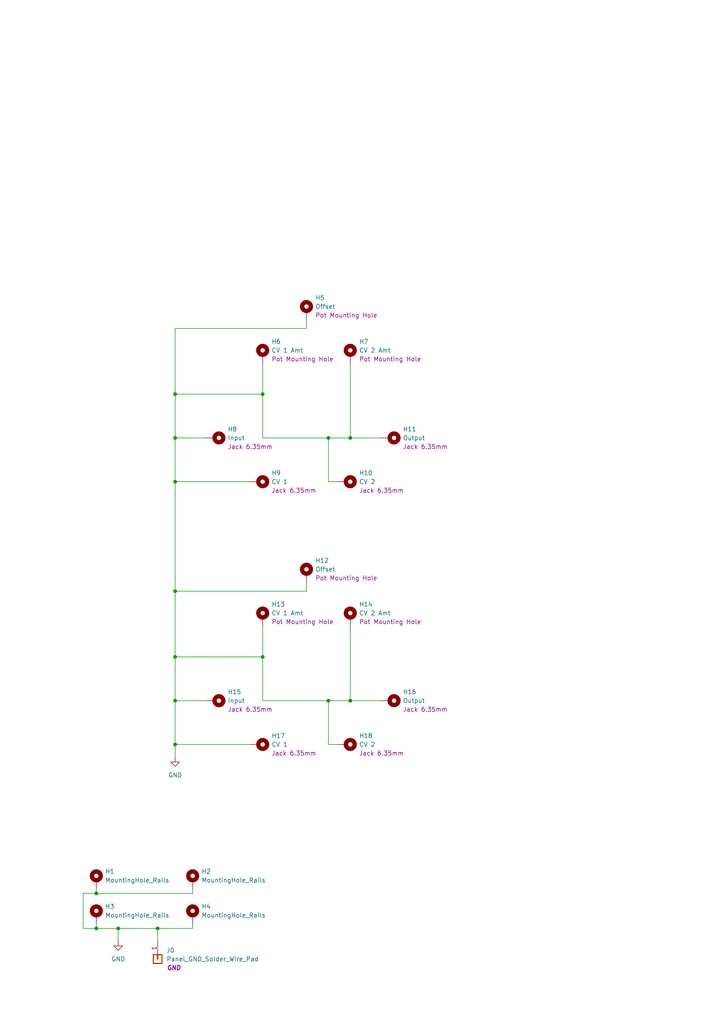
<source format=kicad_sch>
(kicad_sch (version 20250114) (generator "eeschema") (generator_version "9.0")
  (paper "A4" portrait)
  (title_block (title "Kosmo Format Front Panel - 5 cm") (company "DMH Instruments"))
  (lib_symbols
    (symbol "SynthStuff:MountingHole_Jack6.35mm_v2" (pin_numbers (hide yes)) (pin_names (offset 1.016) (hide yes)) (exclude_from_sim yes) (in_bom no)
      (property "Reference" "H" (at 0 5.08 0))
      (property "Value" "SIGNAL NAME" (at 0 3.175 0))
      (property "Description" "Jack 6.35mm" (at 0 -3.048 0))
      (symbol "MountingHole_Jack6.35mm_v2_0_1"
        (circle (center 0 0) (radius 1.27) (stroke (width 1.27)))
      )
      (symbol "MountingHole_Jack6.35mm_v2_1_1"
        (pin input line (at -3.81 0 0) (length 2.54) (name "1") (number "1"))
      )
    )
    (symbol "SynthStuff:MountingHole_Pot" (pin_numbers (hide yes)) (pin_names (offset 1.016) (hide yes)) (exclude_from_sim yes)
      (property "Reference" "H" (at 0 6.35 0))
      (property "Value" "Function" (at 0 4.445 0))
      (property "Description" "Pot Mounting Hole" (at 0 0 0))
      (symbol "MountingHole_Pot_0_1"
        (circle (center 0 1.27) (radius 1.27) (stroke (width 1.27)))
      )
      (symbol "MountingHole_Pot_1_1"
        (pin input line (at 0 -2.54 90) (length 2.54) (name "1") (number "1"))
      )
    )
    (symbol "SynthStuff:MountingHole_Rails" (pin_numbers (hide yes)) (pin_names (offset 1.016) (hide yes)) (exclude_from_sim yes) (in_bom no)
      (property "Reference" "H" (at 0 6.35 0))
      (property "Value" "MountingHole_Rails" (at 0 4.445 0))
      (symbol "MountingHole_Rails_0_1"
        (circle (center 0 1.27) (radius 1.27) (stroke (width 1.27)))
      )
      (symbol "MountingHole_Rails_1_1"
        (pin input line (at 0 -2.54 90) (length 2.54) (name "1") (number "1"))
      )
    )
    (symbol "SynthStuff:Panel_GND_Solder_Wire_Pad" (pin_names (offset 1.016) (hide yes)) (in_bom no)
      (property "Reference" "J" (at 0 2.54 0))
      (property "Value" "Panel_GND_Solder_Wire_Pad" (at 0 -5.08 0))
      (property "Function" "Panel GND" (at 0 -2.794 0))
      (symbol "Panel_GND_Solder_Wire_Pad_1_1"
        (rectangle (start -1.27 1.27) (end 1.27 -1.27) (stroke (width 0.254)) (fill (type background)))
        (rectangle (start -1.27 0.127) (end 0 -0.127) (stroke (width 0.1524)))
        (pin power_out line (at -5.08 0 0) (length 3.81) (name "Pin_1") (number "1"))
      )
    )
    (symbol "power:GND" (power) (pin_numbers (hide yes)) (pin_names (offset 0) (hide yes))
      (property "Value" "GND" (at 0 -3.81 0))
      (symbol "GND_0_1"
        (polyline (pts (xy 0 0) (xy 0 -1.27) (xy 1.27 -1.27) (xy 0 -2.54) (xy -1.27 -1.27) (xy 0 -1.27)))
      )
      (symbol "GND_1_1"
        (pin power_in line (at 0 0 270) (length 0) (name "~") (number "1"))
      )
    )
  )
  (junction (at 34.29 269.24))
  (junction (at 50.8 139.7))
  (junction (at 50.8 203.2))
  (junction (at 101.6 127))
  (junction (at 45.72 269.24))
  (junction (at 95.25 127))
  (junction (at 95.25 203.2))
  (junction (at 27.94 269.24))
  (junction (at 50.8 215.9))
  (junction (at 101.6 203.2))
  (junction (at 76.2 190.5))
  (junction (at 50.8 171.45))
  (junction (at 27.94 259.08))
  (junction (at 50.8 190.5))
  (junction (at 50.8 127))
  (junction (at 50.8 114.3))
  (junction (at 76.2 114.3))
  (wire (pts (xy 50.8 215.9) (xy 50.8 203.2)))
  (wire (pts (xy 97.79 139.7) (xy 95.25 139.7)))
  (wire (pts (xy 95.25 127) (xy 95.25 139.7)))
  (wire (pts (xy 101.6 127) (xy 110.49 127)))
  (wire (pts (xy 55.88 267.97) (xy 55.88 269.24)))
  (wire (pts (xy 101.6 203.2) (xy 110.49 203.2)))
  (wire (pts (xy 72.39 139.7) (xy 50.8 139.7)))
  (wire (pts (xy 50.8 215.9) (xy 50.8 219.71)))
  (wire (pts (xy 27.94 259.08) (xy 55.88 259.08)))
  (wire (pts (xy 27.94 269.24) (xy 27.94 267.97)))
  (wire (pts (xy 50.8 203.2) (xy 50.8 190.5)))
  (wire (pts (xy 24.13 269.24) (xy 27.94 269.24)))
  (wire (pts (xy 88.9 168.91) (xy 88.9 171.45)))
  (wire (pts (xy 50.8 95.25) (xy 50.8 114.3)))
  (wire (pts (xy 76.2 190.5) (xy 76.2 203.2)))
  (wire (pts (xy 76.2 181.61) (xy 76.2 190.5)))
  (wire (pts (xy 101.6 105.41) (xy 101.6 127)))
  (wire (pts (xy 72.39 215.9) (xy 50.8 215.9)))
  (wire (pts (xy 101.6 181.61) (xy 101.6 203.2)))
  (wire (pts (xy 45.72 269.24) (xy 45.72 273.05)))
  (wire (pts (xy 97.79 215.9) (xy 95.25 215.9)))
  (wire (pts (xy 34.29 269.24) (xy 34.29 273.05)))
  (wire (pts (xy 95.25 215.9) (xy 95.25 203.2)))
  (wire (pts (xy 76.2 203.2) (xy 95.25 203.2)))
  (wire (pts (xy 50.8 190.5) (xy 76.2 190.5)))
  (wire (pts (xy 76.2 105.41) (xy 76.2 114.3)))
  (wire (pts (xy 76.2 127) (xy 95.25 127)))
  (wire (pts (xy 24.13 259.08) (xy 24.13 269.24)))
  (wire (pts (xy 88.9 95.25) (xy 50.8 95.25)))
  (wire (pts (xy 55.88 257.81) (xy 55.88 259.08)))
  (wire (pts (xy 76.2 114.3) (xy 76.2 127)))
  (wire (pts (xy 50.8 114.3) (xy 76.2 114.3)))
  (wire (pts (xy 45.72 269.24) (xy 34.29 269.24)))
  (wire (pts (xy 27.94 259.08) (xy 24.13 259.08)))
  (wire (pts (xy 59.69 203.2) (xy 50.8 203.2)))
  (wire (pts (xy 27.94 259.08) (xy 27.94 257.81)))
  (wire (pts (xy 88.9 171.45) (xy 50.8 171.45)))
  (wire (pts (xy 50.8 139.7) (xy 50.8 171.45)))
  (wire (pts (xy 50.8 139.7) (xy 50.8 127)))
  (wire (pts (xy 95.25 203.2) (xy 101.6 203.2)))
  (wire (pts (xy 88.9 92.71) (xy 88.9 95.25)))
  (wire (pts (xy 50.8 127) (xy 50.8 114.3)))
  (wire (pts (xy 50.8 127) (xy 59.69 127)))
  (wire (pts (xy 50.8 171.45) (xy 50.8 190.5)))
  (wire (pts (xy 55.88 269.24) (xy 45.72 269.24)))
  (wire (pts (xy 95.25 127) (xy 101.6 127)))
  (wire (pts (xy 34.29 269.24) (xy 27.94 269.24)))
  (symbol (lib_id "SynthStuff:MountingHole_Rails") (at 55.88 255.27 0) (unit 1) (in_bom no)
    (property "Reference" "H2" (at 58.42 252.7299 0) (effects (justify left)))
    (property "Value" "MountingHole_Rails" (at 58.42 255.2699 0) (effects (justify left)))
    (property "Footprint" "SynthStuff:MountingHole_Rails" (effects (hide yes)))
    (property "Description" "Mounting Hole with connection" (effects (hide yes)))
  )
  (symbol (lib_id "SynthStuff:MountingHole_Pot") (at 101.6 179.07 0) (unit 1)
    (property "Reference" "H14" (at 104.14 175.2599 0) (effects (justify left)))
    (property "Value" "CV 2 Amt" (at 104.14 177.7999 0) (effects (justify left)))
    (property "Footprint" "SynthStuff:Pot_Cutout_Tiny_attv_P110KH1" (effects (hide yes)))
    (property "Description" "Pot Mounting Hole" (at 104.14 180.3399 0) (effects (justify left)))
  )
  (symbol (lib_id "SynthStuff:MountingHole_Jack6.35mm_v2") (at 76.2 215.9 0) (unit 1) (in_bom no)
    (property "Reference" "H17" (at 78.74 213.3599 0) (effects (justify left)))
    (property "Value" "CV 1" (at 78.74 215.8999 0) (effects (justify left)))
    (property "Footprint" "SynthStuff:Jack_6.35mm_Cutout_v3" (effects (hide yes)))
    (property "Description" "Jack 6.35mm" (at 78.74 218.4399 0) (effects (justify left)))
  )
  (symbol (lib_id "SynthStuff:MountingHole_Pot") (at 88.9 90.17 0) (unit 1)
    (property "Reference" "H5" (at 91.44 86.3599 0) (effects (justify left)))
    (property "Value" "Offset" (at 91.44 88.8999 0) (effects (justify left)))
    (property "Footprint" "SynthStuff:Pot_Cutout_Small" (effects (hide yes)))
    (property "Description" "Pot Mounting Hole" (at 91.44 91.4399 0) (effects (justify left)))
  )
  (symbol (lib_id "SynthStuff:MountingHole_Jack6.35mm_v2") (at 63.5 127 0) (unit 1) (in_bom no)
    (property "Reference" "H8" (at 66.04 124.4599 0) (effects (justify left)))
    (property "Value" "Input" (at 66.04 126.9999 0) (effects (justify left)))
    (property "Footprint" "SynthStuff:Jack_6.35mm_Cutout_v3" (effects (hide yes)))
    (property "Description" "Jack 6.35mm" (at 66.04 129.5399 0) (effects (justify left)))
  )
  (symbol (lib_id "power:GND") (at 34.29 273.05 0) (unit 1)
    (property "Reference" "#PWR01" (effects (hide yes)))
    (property "Value" "GND" (at 34.29 278.13 0))
    (property "Description" "Power symbol creates a global label with name \"GND\" , ground" (effects (hide yes)))
  )
  (symbol (lib_id "SynthStuff:MountingHole_Jack6.35mm_v2") (at 76.2 139.7 0) (unit 1) (in_bom no)
    (property "Reference" "H9" (at 78.74 137.1599 0) (effects (justify left)))
    (property "Value" "CV 1" (at 78.74 139.6999 0) (effects (justify left)))
    (property "Footprint" "SynthStuff:Jack_6.35mm_Cutout_v3" (effects (hide yes)))
    (property "Description" "Jack 6.35mm" (at 78.74 142.2399 0) (effects (justify left)))
  )
  (symbol (lib_id "SynthStuff:MountingHole_Jack6.35mm_v2") (at 63.5 203.2 0) (unit 1) (in_bom no)
    (property "Reference" "H15" (at 66.04 200.6599 0) (effects (justify left)))
    (property "Value" "Input" (at 66.04 203.1999 0) (effects (justify left)))
    (property "Footprint" "SynthStuff:Jack_6.35mm_Cutout_v3" (effects (hide yes)))
    (property "Description" "Jack 6.35mm" (at 66.04 205.7399 0) (effects (justify left)))
  )
  (symbol (lib_id "SynthStuff:MountingHole_Pot") (at 101.6 102.87 0) (unit 1)
    (property "Reference" "H7" (at 104.14 99.0599 0) (effects (justify left)))
    (property "Value" "CV 2 Amt" (at 104.14 101.5999 0) (effects (justify left)))
    (property "Footprint" "SynthStuff:Pot_Cutout_Tiny_attv_P110KH1" (effects (hide yes)))
    (property "Description" "Pot Mounting Hole" (at 104.14 104.1399 0) (effects (justify left)))
  )
  (symbol (lib_id "power:GND") (at 50.8 219.71 0) (unit 1)
    (property "Reference" "#PWR02" (effects (hide yes)))
    (property "Value" "GND" (at 50.8 224.79 0))
    (property "Description" "Power symbol creates a global label with name \"GND\" , ground" (effects (hide yes)))
  )
  (symbol (lib_id "SynthStuff:MountingHole_Jack6.35mm_v2") (at 101.6 215.9 0) (unit 1) (in_bom no)
    (property "Reference" "H18" (at 104.14 213.3599 0) (effects (justify left)))
    (property "Value" "CV 2" (at 104.14 215.8999 0) (effects (justify left)))
    (property "Footprint" "SynthStuff:Jack_6.35mm_Cutout_v3" (effects (hide yes)))
    (property "Description" "Jack 6.35mm" (at 104.14 218.4399 0) (effects (justify left)))
  )
  (symbol (lib_id "SynthStuff:MountingHole_Jack6.35mm_v2") (at 101.6 139.7 0) (unit 1) (in_bom no)
    (property "Reference" "H10" (at 104.14 137.1599 0) (effects (justify left)))
    (property "Value" "CV 2" (at 104.14 139.6999 0) (effects (justify left)))
    (property "Footprint" "SynthStuff:Jack_6.35mm_Cutout_v3" (effects (hide yes)))
    (property "Description" "Jack 6.35mm" (at 104.14 142.2399 0) (effects (justify left)))
  )
  (symbol (lib_id "SynthStuff:MountingHole_Rails") (at 27.94 265.43 0) (unit 1) (in_bom no)
    (property "Reference" "H3" (at 30.48 262.8899 0) (effects (justify left)))
    (property "Value" "MountingHole_Rails" (at 30.48 265.4299 0) (effects (justify left)))
    (property "Footprint" "SynthStuff:MountingHole_Rails" (effects (hide yes)))
    (property "Description" "Mounting Hole with connection" (effects (hide yes)))
  )
  (symbol (lib_id "SynthStuff:MountingHole_Jack6.35mm_v2") (at 114.3 127 0) (unit 1) (in_bom no)
    (property "Reference" "H11" (at 116.84 124.4599 0) (effects (justify left)))
    (property "Value" "Output" (at 116.84 126.9999 0) (effects (justify left)))
    (property "Footprint" "SynthStuff:Jack_6.35mm_Cutout_Output_v6" (effects (hide yes)))
    (property "Description" "Jack 6.35mm" (at 116.84 129.5399 0) (effects (justify left)))
  )
  (symbol (lib_id "SynthStuff:MountingHole_Pot") (at 76.2 102.87 0) (unit 1)
    (property "Reference" "H6" (at 78.74 99.0599 0) (effects (justify left)))
    (property "Value" "CV 1 Amt" (at 78.74 101.5999 0) (effects (justify left)))
    (property "Footprint" "SynthStuff:Pot_Cutout_Tiny_attv_P110KH1" (effects (hide yes)))
    (property "Description" "Pot Mounting Hole" (at 78.74 104.1399 0) (effects (justify left)))
  )
  (symbol (lib_id "SynthStuff:MountingHole_Pot") (at 76.2 179.07 0) (unit 1)
    (property "Reference" "H13" (at 78.74 175.2599 0) (effects (justify left)))
    (property "Value" "CV 1 Amt" (at 78.74 177.7999 0) (effects (justify left)))
    (property "Footprint" "SynthStuff:Pot_Cutout_Tiny_attv_P110KH1" (effects (hide yes)))
    (property "Description" "Pot Mounting Hole" (at 78.74 180.3399 0) (effects (justify left)))
  )
  (symbol (lib_id "SynthStuff:MountingHole_Rails") (at 55.88 265.43 0) (unit 1) (in_bom no)
    (property "Reference" "H4" (at 58.42 262.8899 0) (effects (justify left)))
    (property "Value" "MountingHole_Rails" (at 58.42 265.4299 0) (effects (justify left)))
    (property "Footprint" "SynthStuff:MountingHole_Rails" (effects (hide yes)))
    (property "Description" "Mounting Hole with connection" (effects (hide yes)))
  )
  (symbol (lib_id "SynthStuff:Panel_GND_Solder_Wire_Pad") (at 45.72 278.13 270) (unit 1) (in_bom no)
    (property "Reference" "J0" (at 48.26 275.5899 90) (effects (justify left)))
    (property "Value" "Panel_GND_Solder_Wire_Pad" (at 48.26 278.1299 90) (effects (justify left)))
    (property "Footprint" "SynthStuff:Panel_GND_SolderWirePad_5x10mm" (effects (hide yes)))
    (property "Description" "Solder pad to allow connection between PCB and Front Panel" (effects (hide yes)))
    (property "Function" "GND" (at 48.26 280.67 90) (effects (font (thickness 0.254) (bold yes) (italic yes)) (justify left)))
  )
  (symbol (lib_id "SynthStuff:MountingHole_Pot") (at 88.9 166.37 0) (unit 1)
    (property "Reference" "H12" (at 91.44 162.5599 0) (effects (justify left)))
    (property "Value" "Offset" (at 91.44 165.0999 0) (effects (justify left)))
    (property "Footprint" "SynthStuff:Pot_Cutout_Small" (effects (hide yes)))
    (property "Description" "Pot Mounting Hole" (at 91.44 167.6399 0) (effects (justify left)))
  )
  (symbol (lib_id "SynthStuff:MountingHole_Jack6.35mm_v2") (at 114.3 203.2 0) (unit 1) (in_bom no)
    (property "Reference" "H16" (at 116.84 200.6599 0) (effects (justify left)))
    (property "Value" "Output" (at 116.84 203.1999 0) (effects (justify left)))
    (property "Footprint" "SynthStuff:Jack_6.35mm_Cutout_Output_v6" (effects (hide yes)))
    (property "Description" "Jack 6.35mm" (at 116.84 205.7399 0) (effects (justify left)))
  )
  (symbol (lib_id "SynthStuff:MountingHole_Rails") (at 27.94 255.27 0) (unit 1) (in_bom no)
    (property "Reference" "H1" (at 30.48 252.7299 0) (effects (justify left)))
    (property "Value" "MountingHole_Rails" (at 30.48 255.2699 0) (effects (justify left)))
    (property "Footprint" "SynthStuff:MountingHole_Rails" (effects (hide yes)))
    (property "Description" "Mounting Hole with connection" (effects (hide yes)))
  )
)
</source>
